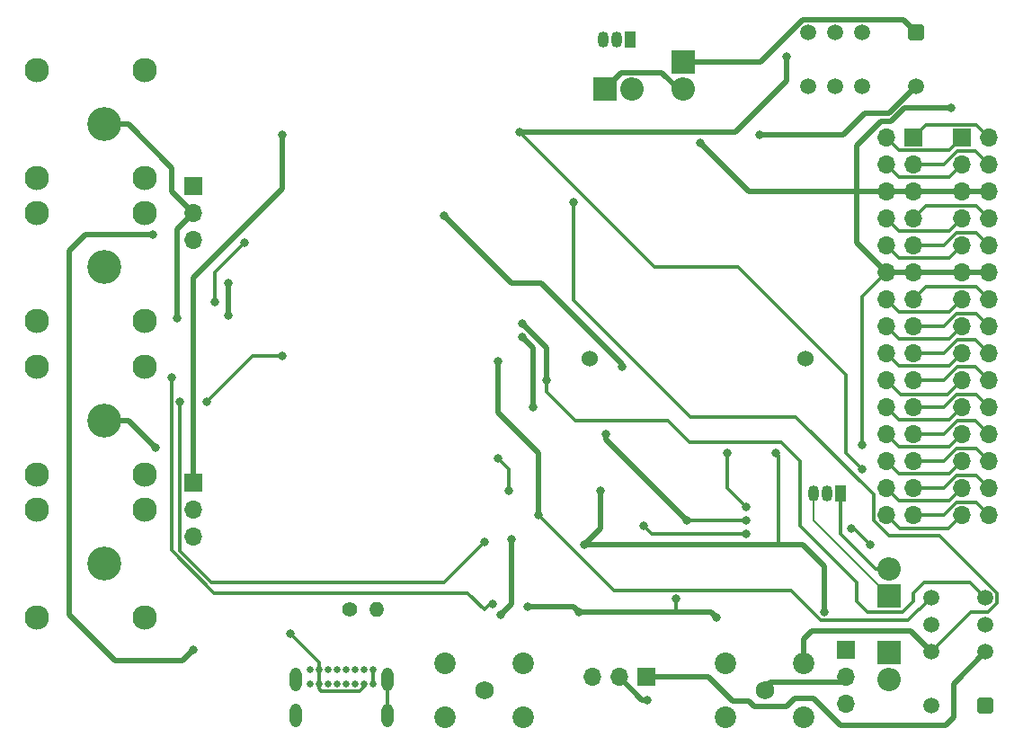
<source format=gbl>
%TF.GenerationSoftware,KiCad,Pcbnew,(6.0.6-1)-1*%
%TF.CreationDate,2022-07-06T12:40:26-04:00*%
%TF.ProjectId,dad_bod,6461645f-626f-4642-9e6b-696361645f70,rev?*%
%TF.SameCoordinates,Original*%
%TF.FileFunction,Copper,L2,Bot*%
%TF.FilePolarity,Positive*%
%FSLAX46Y46*%
G04 Gerber Fmt 4.6, Leading zero omitted, Abs format (unit mm)*
G04 Created by KiCad (PCBNEW (6.0.6-1)-1) date 2022-07-06 12:40:26*
%MOMM*%
%LPD*%
G01*
G04 APERTURE LIST*
G04 Aperture macros list*
%AMRoundRect*
0 Rectangle with rounded corners*
0 $1 Rounding radius*
0 $2 $3 $4 $5 $6 $7 $8 $9 X,Y pos of 4 corners*
0 Add a 4 corners polygon primitive as box body*
4,1,4,$2,$3,$4,$5,$6,$7,$8,$9,$2,$3,0*
0 Add four circle primitives for the rounded corners*
1,1,$1+$1,$2,$3*
1,1,$1+$1,$4,$5*
1,1,$1+$1,$6,$7*
1,1,$1+$1,$8,$9*
0 Add four rect primitives between the rounded corners*
20,1,$1+$1,$2,$3,$4,$5,0*
20,1,$1+$1,$4,$5,$6,$7,0*
20,1,$1+$1,$6,$7,$8,$9,0*
20,1,$1+$1,$8,$9,$2,$3,0*%
G04 Aperture macros list end*
%TA.AperFunction,ComponentPad*%
%ADD10O,1.700000X1.700000*%
%TD*%
%TA.AperFunction,ComponentPad*%
%ADD11R,1.700000X1.700000*%
%TD*%
%TA.AperFunction,ComponentPad*%
%ADD12R,1.050000X1.500000*%
%TD*%
%TA.AperFunction,ComponentPad*%
%ADD13O,1.050000X1.500000*%
%TD*%
%TA.AperFunction,ComponentPad*%
%ADD14C,0.650000*%
%TD*%
%TA.AperFunction,ComponentPad*%
%ADD15O,1.108000X2.216000*%
%TD*%
%TA.AperFunction,ComponentPad*%
%ADD16C,1.524000*%
%TD*%
%TA.AperFunction,ComponentPad*%
%ADD17R,2.200000X2.200000*%
%TD*%
%TA.AperFunction,ComponentPad*%
%ADD18O,2.200000X2.200000*%
%TD*%
%TA.AperFunction,ComponentPad*%
%ADD19C,3.200000*%
%TD*%
%TA.AperFunction,ComponentPad*%
%ADD20C,2.300000*%
%TD*%
%TA.AperFunction,ComponentPad*%
%ADD21C,1.755000*%
%TD*%
%TA.AperFunction,ComponentPad*%
%ADD22C,2.025000*%
%TD*%
%TA.AperFunction,ComponentPad*%
%ADD23RoundRect,0.250500X-0.499500X0.499500X-0.499500X-0.499500X0.499500X-0.499500X0.499500X0.499500X0*%
%TD*%
%TA.AperFunction,ComponentPad*%
%ADD24C,1.500000*%
%TD*%
%TA.AperFunction,ComponentPad*%
%ADD25RoundRect,0.250500X0.499500X0.499500X-0.499500X0.499500X-0.499500X-0.499500X0.499500X-0.499500X0*%
%TD*%
%TA.AperFunction,ComponentPad*%
%ADD26C,1.400000*%
%TD*%
%TA.AperFunction,ComponentPad*%
%ADD27O,1.400000X1.400000*%
%TD*%
%TA.AperFunction,ViaPad*%
%ADD28C,0.800000*%
%TD*%
%TA.AperFunction,Conductor*%
%ADD29C,0.300000*%
%TD*%
%TA.AperFunction,Conductor*%
%ADD30C,0.500000*%
%TD*%
%TA.AperFunction,Conductor*%
%ADD31C,0.200000*%
%TD*%
G04 APERTURE END LIST*
D10*
X143764000Y-109987000D03*
X141224000Y-109987000D03*
X143764000Y-107447000D03*
X141224000Y-107447000D03*
X143764000Y-104907000D03*
X141224000Y-104907000D03*
X143764000Y-102367000D03*
X141224000Y-102367000D03*
X143764000Y-99827000D03*
X141224000Y-99827000D03*
X143764000Y-97287000D03*
X141224000Y-97287000D03*
X143764000Y-94747000D03*
X141224000Y-94747000D03*
X143764000Y-92207000D03*
X141224000Y-92207000D03*
X143764000Y-89667000D03*
X141224000Y-89667000D03*
X143764000Y-87127000D03*
X141224000Y-87127000D03*
X143764000Y-84587000D03*
X141224000Y-84587000D03*
X143764000Y-82047000D03*
X141224000Y-82047000D03*
X143764000Y-79507000D03*
X141224000Y-79507000D03*
X143764000Y-76967000D03*
X141224000Y-76967000D03*
X143764000Y-74427000D03*
D11*
X141224000Y-74427000D03*
X130302000Y-122682000D03*
D10*
X130302000Y-125222000D03*
X130302000Y-127762000D03*
D12*
X129794000Y-107950000D03*
D13*
X128524000Y-107950000D03*
X127254000Y-107950000D03*
X107424000Y-65149734D03*
X108694000Y-65149734D03*
D12*
X109964000Y-65149734D03*
D14*
X79829000Y-124499000D03*
X80679000Y-124499000D03*
X81529000Y-124499000D03*
X82379000Y-124499000D03*
X83229000Y-124499000D03*
X84079000Y-124499000D03*
X84929000Y-124499000D03*
X85779000Y-124499000D03*
X85779000Y-125849000D03*
X84929000Y-125849000D03*
X84079000Y-125849000D03*
X83229000Y-125849000D03*
X82379000Y-125849000D03*
X81529000Y-125849000D03*
X80679000Y-125849000D03*
X79829000Y-125849000D03*
D15*
X78479000Y-125479000D03*
X87129000Y-125479000D03*
X87129000Y-128859000D03*
X78479000Y-128859000D03*
D16*
X106172000Y-95250000D03*
X126492000Y-95250000D03*
D17*
X114989500Y-67310000D03*
D18*
X114989500Y-69850000D03*
D17*
X134366000Y-122936000D03*
D18*
X134366000Y-125476000D03*
D17*
X107614500Y-69848734D03*
D18*
X110154500Y-69848734D03*
D17*
X134366000Y-117602000D03*
D18*
X134366000Y-115062000D03*
D19*
X60452000Y-86614000D03*
D20*
X64252000Y-81534000D03*
X54092000Y-81534000D03*
X64252000Y-91694000D03*
X54092000Y-91694000D03*
X54092000Y-78232000D03*
X64252000Y-78232000D03*
X64252000Y-68072000D03*
X54092000Y-68072000D03*
D19*
X60452000Y-73152000D03*
X60452000Y-114554000D03*
D20*
X64252000Y-119634000D03*
X64252000Y-109474000D03*
X54092000Y-109474000D03*
X54092000Y-119634000D03*
D19*
X60452000Y-101092000D03*
D20*
X54092000Y-96012000D03*
X54092000Y-106172000D03*
X64252000Y-96012000D03*
X64252000Y-106172000D03*
D11*
X111506000Y-125222000D03*
D10*
X108966000Y-125222000D03*
X106426000Y-125222000D03*
D11*
X68834000Y-78994000D03*
D10*
X68834000Y-81534000D03*
X68834000Y-84074000D03*
D11*
X68834000Y-106934000D03*
D10*
X68834000Y-109474000D03*
X68834000Y-112014000D03*
D21*
X96266000Y-126492000D03*
D22*
X99966000Y-129032000D03*
X99966000Y-123952000D03*
X92566000Y-123952000D03*
X92566000Y-129032000D03*
D23*
X136906000Y-64516000D03*
D24*
X131826000Y-64516000D03*
X129286000Y-64516000D03*
X126746000Y-64516000D03*
X126746000Y-69596000D03*
X129286000Y-69596000D03*
X131826000Y-69596000D03*
X136906000Y-69596000D03*
D25*
X143437500Y-127943500D03*
D24*
X143437500Y-122863500D03*
X143437500Y-120323500D03*
X143437500Y-117783500D03*
X138357500Y-117783500D03*
X138357500Y-120323500D03*
X138357500Y-122863500D03*
X138357500Y-127943500D03*
D11*
X136672000Y-74422000D03*
D10*
X134132000Y-74422000D03*
X136672000Y-76962000D03*
X134132000Y-76962000D03*
X136672000Y-79502000D03*
X134132000Y-79502000D03*
X136672000Y-82042000D03*
X134132000Y-82042000D03*
X136672000Y-84582000D03*
X134132000Y-84582000D03*
X136672000Y-87122000D03*
X134132000Y-87122000D03*
X136672000Y-89662000D03*
X134132000Y-89662000D03*
X136672000Y-92202000D03*
X134132000Y-92202000D03*
X136672000Y-94742000D03*
X134132000Y-94742000D03*
X136672000Y-97282000D03*
X134132000Y-97282000D03*
X136672000Y-99822000D03*
X134132000Y-99822000D03*
X136672000Y-102362000D03*
X134132000Y-102362000D03*
X136672000Y-104902000D03*
X134132000Y-104902000D03*
X136672000Y-107442000D03*
X134132000Y-107442000D03*
X136672000Y-109982000D03*
X134132000Y-109982000D03*
D21*
X122682000Y-126492000D03*
D22*
X126382000Y-129032000D03*
X126382000Y-123952000D03*
X118982000Y-123952000D03*
X118982000Y-129032000D03*
D26*
X83566000Y-118872000D03*
D27*
X86106000Y-118872000D03*
D28*
X65024000Y-83566000D03*
X65278000Y-103632000D03*
X73660000Y-84328000D03*
X70866000Y-89916000D03*
X67564000Y-99314000D03*
X66802000Y-97028000D03*
X70104000Y-99314000D03*
X77216000Y-94996000D03*
X77216000Y-74168000D03*
X72136000Y-88138000D03*
X72136000Y-91186000D03*
X68834000Y-122682000D03*
X97536000Y-104648000D03*
X98552000Y-107696000D03*
X101346000Y-109982000D03*
X92456000Y-81788000D03*
X130810000Y-111252000D03*
X132588000Y-112776000D03*
X131826000Y-105664000D03*
X109220000Y-96012000D03*
X104648000Y-80518000D03*
X111624000Y-127372000D03*
X96266000Y-112522000D03*
X97028000Y-118364000D03*
X124714000Y-66802000D03*
X99568000Y-73914000D03*
X116586000Y-74930000D03*
X131826000Y-103378000D03*
X140208000Y-71628000D03*
X123698000Y-104140000D03*
X128270000Y-119126000D03*
X107188000Y-107696000D03*
X105664000Y-112776000D03*
X99822000Y-91948000D03*
X102108000Y-97282000D03*
X97536000Y-95504000D03*
X120904000Y-111760000D03*
X111252000Y-110998000D03*
X122174000Y-74168000D03*
X67310000Y-91440000D03*
X119126000Y-104140000D03*
X120904000Y-109220000D03*
X118110000Y-119634000D03*
X107696000Y-102362000D03*
X114300000Y-117856000D03*
X105156000Y-119126000D03*
X120904000Y-110490000D03*
X100330000Y-118618000D03*
X115316000Y-110490000D03*
X99822000Y-93218000D03*
X98806000Y-112268000D03*
X97790000Y-119380000D03*
X100838000Y-99822000D03*
X77978000Y-121158000D03*
D29*
X96266000Y-118872000D02*
X96774000Y-118364000D01*
X96774000Y-118364000D02*
X97028000Y-118364000D01*
D30*
X68834000Y-106934000D02*
X68834000Y-87630000D01*
X68834000Y-87630000D02*
X77216000Y-79248000D01*
X77216000Y-79248000D02*
X77216000Y-74168000D01*
X131318000Y-79502000D02*
X131318000Y-84308000D01*
X131318000Y-84308000D02*
X134132000Y-87122000D01*
X134132000Y-87122000D02*
X136672000Y-87122000D01*
X136672000Y-79502000D02*
X141219000Y-79502000D01*
X141219000Y-79502000D02*
X141224000Y-79507000D01*
X65024000Y-83566000D02*
X58674000Y-83566000D01*
X67818000Y-123698000D02*
X68834000Y-122682000D01*
X57150000Y-85090000D02*
X57150000Y-119380000D01*
X58674000Y-83566000D02*
X57150000Y-85090000D01*
X57150000Y-119380000D02*
X61468000Y-123698000D01*
X61468000Y-123698000D02*
X67818000Y-123698000D01*
X68834000Y-81534000D02*
X66802000Y-79502000D01*
X66802000Y-79502000D02*
X66802000Y-77239259D01*
X62714741Y-73152000D02*
X66802000Y-77239259D01*
X60452000Y-73152000D02*
X62714741Y-73152000D01*
X65278000Y-103632000D02*
X62738000Y-101092000D01*
X62738000Y-101092000D02*
X60452000Y-101092000D01*
X136906000Y-64516000D02*
X135706489Y-63316489D01*
X135706489Y-63316489D02*
X126249145Y-63316489D01*
X122255634Y-67310000D02*
X114989500Y-67310000D01*
X126249145Y-63316489D02*
X122255634Y-67310000D01*
D29*
X136156000Y-119876000D02*
X137160000Y-118872000D01*
X127959339Y-119876000D02*
X136156000Y-119876000D01*
X137160000Y-118872000D02*
X137269000Y-118872000D01*
X137269000Y-118872000D02*
X138357500Y-117783500D01*
X143437500Y-117783500D02*
X141986000Y-116332000D01*
X115570000Y-103124000D02*
X113538000Y-101092000D01*
X137668000Y-116332000D02*
X136652000Y-117348000D01*
X125984000Y-110998000D02*
X125984000Y-104902000D01*
X124206000Y-103124000D02*
X115570000Y-103124000D01*
X102108000Y-98342661D02*
X102108000Y-97282000D01*
X136652000Y-117348000D02*
X136652000Y-118110000D01*
X141986000Y-116332000D02*
X137668000Y-116332000D01*
X104857339Y-101092000D02*
X102108000Y-98342661D01*
X135636000Y-119126000D02*
X132334000Y-119126000D01*
X136652000Y-118110000D02*
X135636000Y-119126000D01*
X132334000Y-119126000D02*
X131318000Y-118110000D01*
X131318000Y-118110000D02*
X131318000Y-116332000D01*
X131318000Y-116332000D02*
X125984000Y-110998000D01*
X125984000Y-104902000D02*
X124206000Y-103124000D01*
X113538000Y-101092000D02*
X104857339Y-101092000D01*
X66802000Y-97028000D02*
X66802000Y-113291261D01*
X70833228Y-117322489D02*
X94716489Y-117322489D01*
X66802000Y-113291261D02*
X70833228Y-117322489D01*
X94716489Y-117322489D02*
X96266000Y-118872000D01*
X67564000Y-99314000D02*
X67564000Y-113346155D01*
X70549845Y-116332000D02*
X92456000Y-116332000D01*
X67564000Y-113346155D02*
X70549845Y-116332000D01*
X92456000Y-116332000D02*
X96266000Y-112522000D01*
X70866000Y-87122000D02*
X73660000Y-84328000D01*
X70866000Y-89916000D02*
X70866000Y-87122000D01*
X74422000Y-94996000D02*
X70104000Y-99314000D01*
X77216000Y-94996000D02*
X74422000Y-94996000D01*
D30*
X72136000Y-91186000D02*
X72136000Y-88138000D01*
D29*
X97536000Y-104648000D02*
X98552000Y-105664000D01*
X98552000Y-105664000D02*
X98552000Y-107696000D01*
D30*
X105664000Y-112776000D02*
X123952000Y-112776000D01*
X123952000Y-112776000D02*
X126238000Y-112776000D01*
D29*
X123698000Y-104140000D02*
X123952000Y-104394000D01*
X123952000Y-104394000D02*
X123952000Y-112776000D01*
X101346000Y-109982000D02*
X108470000Y-117106000D01*
X108470000Y-117106000D02*
X125189339Y-117106000D01*
X125189339Y-117106000D02*
X127959339Y-119876000D01*
D30*
X101346000Y-109982000D02*
X101346000Y-104140000D01*
X111624000Y-127372000D02*
X111116000Y-127372000D01*
X111116000Y-127372000D02*
X108966000Y-125222000D01*
X109220000Y-95758000D02*
X109220000Y-96012000D01*
X101600000Y-88138000D02*
X109220000Y-95758000D01*
X92456000Y-81788000D02*
X98806000Y-88138000D01*
X98806000Y-88138000D02*
X101600000Y-88138000D01*
D29*
X129794000Y-107950000D02*
X129794000Y-111760000D01*
X129794000Y-111760000D02*
X133096000Y-115062000D01*
X133096000Y-115062000D02*
X134366000Y-115062000D01*
X130810000Y-111252000D02*
X131064000Y-111252000D01*
X131064000Y-111252000D02*
X132588000Y-112776000D01*
X120142000Y-86614000D02*
X130302000Y-96774000D01*
X112268000Y-86614000D02*
X120142000Y-86614000D01*
X130302000Y-104140000D02*
X131826000Y-105664000D01*
X99568000Y-73914000D02*
X112268000Y-86614000D01*
X130302000Y-96774000D02*
X130302000Y-104140000D01*
X104648000Y-80518000D02*
X104648000Y-89706661D01*
X104648000Y-89706661D02*
X115687339Y-100746000D01*
X115687339Y-100746000D02*
X125612550Y-100746000D01*
X125612550Y-100746000D02*
X132906024Y-108039474D01*
X134374943Y-111922000D02*
X139131635Y-111922000D01*
X132906024Y-108039474D02*
X132906024Y-110453081D01*
X144537500Y-117327865D02*
X144537500Y-118239135D01*
X132906024Y-110453081D02*
X134374943Y-111922000D01*
X139131635Y-111922000D02*
X144537500Y-117327865D01*
X144537500Y-118239135D02*
X143672447Y-119104188D01*
X143672447Y-119104188D02*
X142116812Y-119104188D01*
X142116812Y-119104188D02*
X138357500Y-122863500D01*
D30*
X99568000Y-73914000D02*
X119888000Y-73914000D01*
X111506000Y-125222000D02*
X117348000Y-125222000D01*
X117348000Y-125222000D02*
X119634000Y-127508000D01*
X125476000Y-127254000D02*
X127254000Y-127254000D01*
X119634000Y-127508000D02*
X121158000Y-127508000D01*
X121666000Y-128016000D02*
X124714000Y-128016000D01*
X121158000Y-127508000D02*
X121666000Y-128016000D01*
X124714000Y-128016000D02*
X125476000Y-127254000D01*
X139700000Y-129794000D02*
X140462000Y-129032000D01*
X127254000Y-127254000D02*
X129794000Y-129794000D01*
X140462000Y-129032000D02*
X140462000Y-125839000D01*
X140462000Y-125839000D02*
X143437500Y-122863500D01*
X129794000Y-129794000D02*
X139700000Y-129794000D01*
X129794000Y-125730000D02*
X123190000Y-125730000D01*
X130302000Y-125222000D02*
X129794000Y-125730000D01*
X123190000Y-125730000D02*
X122682000Y-126238000D01*
X127144000Y-120904000D02*
X126382000Y-121666000D01*
X126382000Y-121666000D02*
X126382000Y-123952000D01*
X119888000Y-73914000D02*
X124714000Y-69088000D01*
X124714000Y-69088000D02*
X124714000Y-66802000D01*
X134593270Y-72898000D02*
X133604000Y-72898000D01*
X131318000Y-75184000D02*
X131318000Y-79502000D01*
D29*
X85779000Y-125849000D02*
X85779000Y-124499000D01*
D30*
X135863270Y-71628000D02*
X134593270Y-72898000D01*
D29*
X134132000Y-87122000D02*
X131826000Y-89428000D01*
X87129000Y-125479000D02*
X87129000Y-128859000D01*
D30*
X116586000Y-74930000D02*
X121158000Y-79502000D01*
X143764000Y-87127000D02*
X141224000Y-87127000D01*
X141224000Y-87127000D02*
X136677000Y-87127000D01*
X131318000Y-79502000D02*
X134132000Y-79502000D01*
X140208000Y-71628000D02*
X135863270Y-71628000D01*
X136672000Y-79502000D02*
X134132000Y-79502000D01*
X121158000Y-79502000D02*
X131318000Y-79502000D01*
X141224000Y-79507000D02*
X143764000Y-79507000D01*
D29*
X131826000Y-89428000D02*
X131826000Y-103378000D01*
D30*
X133604000Y-72898000D02*
X131318000Y-75184000D01*
D29*
X136672000Y-82042000D02*
X137866511Y-80847489D01*
X142564489Y-80847489D02*
X143764000Y-82047000D01*
X137866511Y-80847489D02*
X142564489Y-80847489D01*
D30*
X128270000Y-114808000D02*
X128270000Y-119126000D01*
X107188000Y-111252000D02*
X107188000Y-107696000D01*
X126238000Y-112776000D02*
X128270000Y-114808000D01*
X105664000Y-112776000D02*
X107188000Y-111252000D01*
X102108000Y-94234000D02*
X102108000Y-97282000D01*
X99822000Y-91948000D02*
X102108000Y-94234000D01*
X97536000Y-100330000D02*
X101346000Y-104140000D01*
X97536000Y-100330000D02*
X97536000Y-95504000D01*
D29*
X112014000Y-111760000D02*
X111252000Y-110998000D01*
X120904000Y-111760000D02*
X112014000Y-111760000D01*
D30*
X132080000Y-72136000D02*
X130048000Y-74168000D01*
X134366000Y-72136000D02*
X132080000Y-72136000D01*
X109164011Y-68299223D02*
X113003223Y-68299223D01*
X136906000Y-69596000D02*
X134366000Y-72136000D01*
X113003223Y-68299223D02*
X114554000Y-69850000D01*
X107614500Y-69848734D02*
X109164011Y-68299223D01*
X130048000Y-74168000D02*
X122174000Y-74168000D01*
D31*
X127254000Y-110490000D02*
X134366000Y-117602000D01*
X127254000Y-107950000D02*
X127254000Y-110490000D01*
D30*
X68834000Y-81534000D02*
X67310000Y-83058000D01*
X67310000Y-83058000D02*
X67310000Y-91440000D01*
D29*
X135402000Y-111252000D02*
X134132000Y-109982000D01*
X139959000Y-111252000D02*
X135402000Y-111252000D01*
X141224000Y-109987000D02*
X139959000Y-111252000D01*
X135331511Y-108641511D02*
X134132000Y-107442000D01*
X140029489Y-108641511D02*
X135331511Y-108641511D01*
X141224000Y-107447000D02*
X140029489Y-108641511D01*
X135331511Y-106101511D02*
X134132000Y-104902000D01*
X141224000Y-104907000D02*
X140029489Y-106101511D01*
X140029489Y-106101511D02*
X135331511Y-106101511D01*
X135331511Y-103561511D02*
X134132000Y-102362000D01*
X141224000Y-102367000D02*
X140029489Y-103561511D01*
X140029489Y-103561511D02*
X135331511Y-103561511D01*
X141224000Y-99827000D02*
X140029489Y-101021511D01*
X135331511Y-101021511D02*
X134132000Y-99822000D01*
X140029489Y-101021511D02*
X135331511Y-101021511D01*
X135472489Y-98622489D02*
X134132000Y-97282000D01*
X141224000Y-97287000D02*
X139888511Y-98622489D01*
X139888511Y-98622489D02*
X135472489Y-98622489D01*
X135331511Y-95941511D02*
X134132000Y-94742000D01*
X141224000Y-94747000D02*
X140029489Y-95941511D01*
X140029489Y-95941511D02*
X135331511Y-95941511D01*
X141224000Y-92207000D02*
X140029489Y-93401511D01*
X140029489Y-93401511D02*
X135331511Y-93401511D01*
X135331511Y-93401511D02*
X134132000Y-92202000D01*
X140727145Y-108787489D02*
X142564489Y-108787489D01*
X139532634Y-109982000D02*
X140727145Y-108787489D01*
X142564489Y-108787489D02*
X143764000Y-109987000D01*
X136672000Y-109982000D02*
X139532634Y-109982000D01*
X142564489Y-106247489D02*
X143764000Y-107447000D01*
X136672000Y-107442000D02*
X139532634Y-107442000D01*
X140727145Y-106247489D02*
X142564489Y-106247489D01*
X139532634Y-107442000D02*
X140727145Y-106247489D01*
X139532634Y-104902000D02*
X140727145Y-103707489D01*
X140727145Y-103707489D02*
X142564489Y-103707489D01*
X142564489Y-103707489D02*
X143764000Y-104907000D01*
X136672000Y-104902000D02*
X139532634Y-104902000D01*
X142489000Y-101092000D02*
X143764000Y-102367000D01*
X140802634Y-101092000D02*
X142489000Y-101092000D01*
X139532634Y-102362000D02*
X140802634Y-101092000D01*
X136672000Y-102362000D02*
X139532634Y-102362000D01*
X136672000Y-99822000D02*
X139532634Y-99822000D01*
X139532634Y-99822000D02*
X140727145Y-98627489D01*
X140727145Y-98627489D02*
X142564489Y-98627489D01*
X142564489Y-98627489D02*
X143764000Y-99827000D01*
X140802634Y-96012000D02*
X142489000Y-96012000D01*
X139532634Y-97282000D02*
X140802634Y-96012000D01*
X142489000Y-96012000D02*
X143764000Y-97287000D01*
X136672000Y-97282000D02*
X139532634Y-97282000D01*
X136672000Y-94742000D02*
X139532634Y-94742000D01*
X139532634Y-94742000D02*
X140802634Y-93472000D01*
X142489000Y-93472000D02*
X143764000Y-94747000D01*
X140802634Y-93472000D02*
X142489000Y-93472000D01*
D30*
X127144000Y-120904000D02*
X136398000Y-120904000D01*
X136398000Y-120904000D02*
X138357500Y-122863500D01*
D29*
X134132000Y-74422000D02*
X135331511Y-75621511D01*
X135331511Y-75621511D02*
X140029489Y-75621511D01*
X140029489Y-75621511D02*
X141224000Y-74427000D01*
X142564489Y-73227489D02*
X143764000Y-74427000D01*
X136672000Y-74422000D02*
X137866511Y-73227489D01*
X137866511Y-73227489D02*
X142564489Y-73227489D01*
X135331511Y-78161511D02*
X134132000Y-76962000D01*
X141224000Y-76967000D02*
X140029489Y-78161511D01*
X140029489Y-78161511D02*
X135331511Y-78161511D01*
X136672000Y-76962000D02*
X139532634Y-76962000D01*
X139532634Y-76962000D02*
X140802634Y-75692000D01*
X142489000Y-75692000D02*
X143764000Y-76967000D01*
X140802634Y-75692000D02*
X142489000Y-75692000D01*
X119126000Y-107442000D02*
X120904000Y-109220000D01*
X119126000Y-104140000D02*
X119126000Y-107442000D01*
X136672000Y-92202000D02*
X139532634Y-92202000D01*
X139532634Y-92202000D02*
X140727145Y-91007489D01*
X140727145Y-91007489D02*
X142564489Y-91007489D01*
X142564489Y-91007489D02*
X143764000Y-92207000D01*
X136672000Y-89662000D02*
X137866511Y-88467489D01*
X142564489Y-88467489D02*
X143764000Y-89667000D01*
X137866511Y-88467489D02*
X142564489Y-88467489D01*
X141224000Y-89667000D02*
X140029489Y-90861511D01*
X135331511Y-90861511D02*
X134132000Y-89662000D01*
X140029489Y-90861511D02*
X135331511Y-90861511D01*
X140727145Y-83387489D02*
X142564489Y-83387489D01*
X136672000Y-84582000D02*
X139532634Y-84582000D01*
X139532634Y-84582000D02*
X140727145Y-83387489D01*
X142564489Y-83387489D02*
X143764000Y-84587000D01*
X141224000Y-84587000D02*
X140029489Y-85781511D01*
X140029489Y-85781511D02*
X135331511Y-85781511D01*
X135331511Y-85781511D02*
X134132000Y-84582000D01*
X140029489Y-83241511D02*
X135331511Y-83241511D01*
X135331511Y-83241511D02*
X134132000Y-82042000D01*
X141224000Y-82047000D02*
X140029489Y-83241511D01*
D30*
X105156000Y-119126000D02*
X114046000Y-119126000D01*
X107696000Y-102870000D02*
X107696000Y-102362000D01*
D29*
X114300000Y-118872000D02*
X114046000Y-119126000D01*
D30*
X100330000Y-118618000D02*
X104648000Y-118618000D01*
X104648000Y-118618000D02*
X105156000Y-119126000D01*
X117602000Y-119126000D02*
X118110000Y-119634000D01*
D29*
X115316000Y-110490000D02*
X120904000Y-110490000D01*
D30*
X114046000Y-119126000D02*
X117602000Y-119126000D01*
X115316000Y-110490000D02*
X107696000Y-102870000D01*
D29*
X114300000Y-117856000D02*
X114300000Y-118872000D01*
D30*
X97790000Y-119380000D02*
X98806000Y-118364000D01*
X98806000Y-118364000D02*
X98806000Y-112268000D01*
X100838000Y-94234000D02*
X99822000Y-93218000D01*
X100838000Y-99822000D02*
X100838000Y-94234000D01*
D29*
X80679000Y-124499000D02*
X80679000Y-123859000D01*
X80679000Y-126308619D02*
X80893892Y-126523511D01*
X84550489Y-126523511D02*
X84929000Y-126145000D01*
X80679000Y-125849000D02*
X80679000Y-126308619D01*
X80679000Y-125849000D02*
X80679000Y-124499000D01*
X80679000Y-123859000D02*
X77978000Y-121158000D01*
X80893892Y-126523511D02*
X84550489Y-126523511D01*
X84929000Y-126145000D02*
X84929000Y-125849000D01*
M02*

</source>
